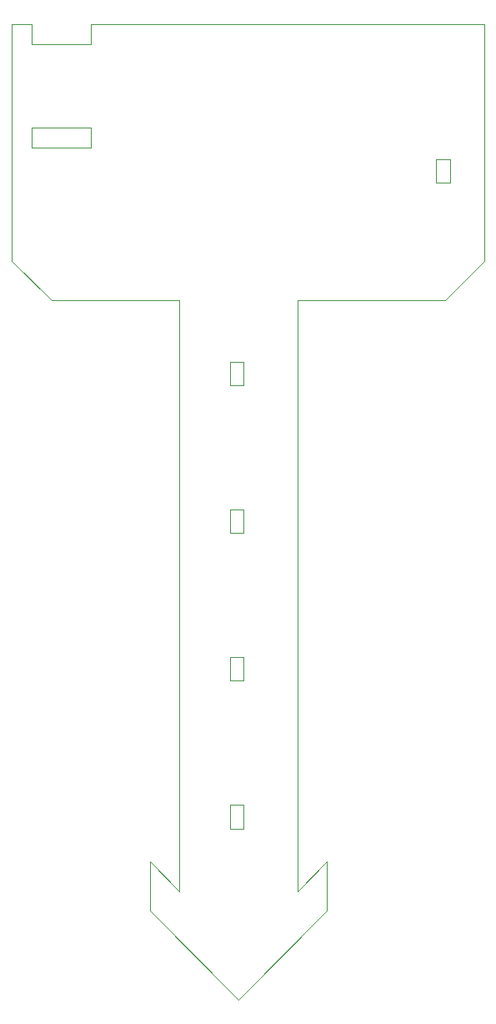
<source format=gm1>
G04 #@! TF.GenerationSoftware,KiCad,Pcbnew,(5.0.2)-1*
G04 #@! TF.CreationDate,2020-07-12T04:03:39+02:00*
G04 #@! TF.ProjectId,TempSpike,54656d70-5370-4696-9b65-2e6b69636164,rev?*
G04 #@! TF.SameCoordinates,Original*
G04 #@! TF.FileFunction,Profile,NP*
%FSLAX46Y46*%
G04 Gerber Fmt 4.6, Leading zero omitted, Abs format (unit mm)*
G04 Created by KiCad (PCBNEW (5.0.2)-1) date 2020/07/12 04:03:39*
%MOMM*%
%LPD*%
G01*
G04 APERTURE LIST*
%ADD10C,0.020000*%
G04 #@! TA.AperFunction,NonConductor*
%ADD11C,0.020000*%
G04 #@! TD*
G04 APERTURE END LIST*
D10*
X134000000Y-66000000D02*
X130000000Y-62000000D01*
X147000000Y-66000000D02*
X134000000Y-66000000D01*
X174000000Y-66000000D02*
X178000000Y-62000000D01*
X159000000Y-66000000D02*
X174000000Y-66000000D01*
X178000000Y-38000000D02*
X178000000Y-62000000D01*
X130000000Y-38000000D02*
X130000000Y-62000000D01*
X132000000Y-38000000D02*
X130000000Y-38000000D01*
X138000000Y-38000000D02*
X178000000Y-38000000D01*
X138000000Y-40000000D02*
X138000000Y-38000000D01*
X132000000Y-40000000D02*
X138000000Y-40000000D01*
X132000000Y-38000000D02*
X132000000Y-40000000D01*
X138000000Y-48500000D02*
X138000000Y-50500000D01*
X132000000Y-50500000D02*
X132000000Y-48500000D01*
X132000000Y-48500000D02*
X138000000Y-48500000D01*
X138000000Y-50500000D02*
X132000000Y-50500000D01*
X159000000Y-126000000D02*
X159000000Y-66000000D01*
X162000000Y-123000000D02*
X159000000Y-126000000D01*
X162000000Y-128000000D02*
X162000000Y-123000000D01*
X153000000Y-137000000D02*
X162000000Y-128000000D01*
X144000000Y-128000000D02*
X153000000Y-137000000D01*
X144000000Y-123000000D02*
X144000000Y-128000000D01*
X147000000Y-126000000D02*
X144000000Y-123000000D01*
X147000000Y-66000000D02*
X147000000Y-126000000D01*
D11*
G04 #@! TO.C,U5*
X153540000Y-119640000D02*
X152140000Y-119640000D01*
X152140000Y-119640000D02*
X152140000Y-117240000D01*
X152140000Y-117240000D02*
X153540000Y-117240000D01*
X153540000Y-117240000D02*
X153540000Y-119640000D01*
G04 #@! TO.C,U6*
X174476960Y-54048000D02*
X173076960Y-54048000D01*
X173076960Y-54048000D02*
X173076960Y-51648000D01*
X173076960Y-51648000D02*
X174476960Y-51648000D01*
X174476960Y-51648000D02*
X174476960Y-54048000D01*
G04 #@! TO.C,U7*
X153550000Y-87240000D02*
X153550000Y-89640000D01*
X152150000Y-87240000D02*
X153550000Y-87240000D01*
X152150000Y-89640000D02*
X152150000Y-87240000D01*
X153550000Y-89640000D02*
X152150000Y-89640000D01*
G04 #@! TO.C,U10*
X153544500Y-74640000D02*
X152144500Y-74640000D01*
X152144500Y-74640000D02*
X152144500Y-72240000D01*
X152144500Y-72240000D02*
X153544500Y-72240000D01*
X153544500Y-72240000D02*
X153544500Y-74640000D01*
G04 #@! TO.C,U11*
X153540000Y-102240000D02*
X153540000Y-104640000D01*
X152140000Y-102240000D02*
X153540000Y-102240000D01*
X152140000Y-104640000D02*
X152140000Y-102240000D01*
X153540000Y-104640000D02*
X152140000Y-104640000D01*
G04 #@! TD*
M02*

</source>
